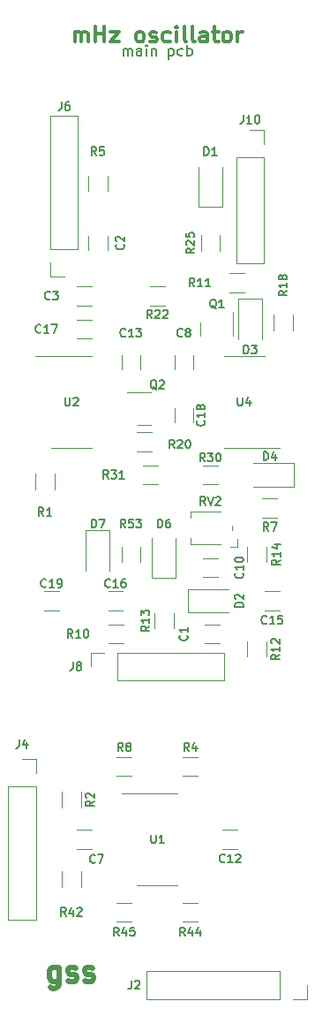
<source format=gbr>
%TF.GenerationSoftware,KiCad,Pcbnew,6.0.4-6f826c9f35~116~ubuntu21.10.1*%
%TF.CreationDate,2022-06-29T09:01:03+02:00*%
%TF.ProjectId,mHz_oscillator,6d487a5f-6f73-4636-996c-6c61746f722e,rev?*%
%TF.SameCoordinates,Original*%
%TF.FileFunction,Legend,Top*%
%TF.FilePolarity,Positive*%
%FSLAX46Y46*%
G04 Gerber Fmt 4.6, Leading zero omitted, Abs format (unit mm)*
G04 Created by KiCad (PCBNEW 6.0.4-6f826c9f35~116~ubuntu21.10.1) date 2022-06-29 09:01:03*
%MOMM*%
%LPD*%
G01*
G04 APERTURE LIST*
%ADD10C,0.375000*%
%ADD11C,0.500000*%
%ADD12C,0.150000*%
%ADD13C,0.120000*%
G04 APERTURE END LIST*
D10*
X32076428Y82125428D02*
X32076428Y83125428D01*
X32076428Y82982571D02*
X32147857Y83054000D01*
X32290714Y83125428D01*
X32505000Y83125428D01*
X32647857Y83054000D01*
X32719285Y82911142D01*
X32719285Y82125428D01*
X32719285Y82911142D02*
X32790714Y83054000D01*
X32933571Y83125428D01*
X33147857Y83125428D01*
X33290714Y83054000D01*
X33362142Y82911142D01*
X33362142Y82125428D01*
X34076428Y82125428D02*
X34076428Y83625428D01*
X34076428Y82911142D02*
X34933571Y82911142D01*
X34933571Y82125428D02*
X34933571Y83625428D01*
X35505000Y83125428D02*
X36290714Y83125428D01*
X35505000Y82125428D01*
X36290714Y82125428D01*
X38219285Y82125428D02*
X38076428Y82196857D01*
X38005000Y82268285D01*
X37933571Y82411142D01*
X37933571Y82839714D01*
X38005000Y82982571D01*
X38076428Y83054000D01*
X38219285Y83125428D01*
X38433571Y83125428D01*
X38576428Y83054000D01*
X38647857Y82982571D01*
X38719285Y82839714D01*
X38719285Y82411142D01*
X38647857Y82268285D01*
X38576428Y82196857D01*
X38433571Y82125428D01*
X38219285Y82125428D01*
X39290714Y82196857D02*
X39433571Y82125428D01*
X39719285Y82125428D01*
X39862142Y82196857D01*
X39933571Y82339714D01*
X39933571Y82411142D01*
X39862142Y82554000D01*
X39719285Y82625428D01*
X39505000Y82625428D01*
X39362142Y82696857D01*
X39290714Y82839714D01*
X39290714Y82911142D01*
X39362142Y83054000D01*
X39505000Y83125428D01*
X39719285Y83125428D01*
X39862142Y83054000D01*
X41219285Y82196857D02*
X41076428Y82125428D01*
X40790714Y82125428D01*
X40647857Y82196857D01*
X40576428Y82268285D01*
X40505000Y82411142D01*
X40505000Y82839714D01*
X40576428Y82982571D01*
X40647857Y83054000D01*
X40790714Y83125428D01*
X41076428Y83125428D01*
X41219285Y83054000D01*
X41862142Y82125428D02*
X41862142Y83125428D01*
X41862142Y83625428D02*
X41790714Y83554000D01*
X41862142Y83482571D01*
X41933571Y83554000D01*
X41862142Y83625428D01*
X41862142Y83482571D01*
X42790714Y82125428D02*
X42647857Y82196857D01*
X42576428Y82339714D01*
X42576428Y83625428D01*
X43576428Y82125428D02*
X43433571Y82196857D01*
X43362142Y82339714D01*
X43362142Y83625428D01*
X44790714Y82125428D02*
X44790714Y82911142D01*
X44719285Y83054000D01*
X44576428Y83125428D01*
X44290714Y83125428D01*
X44147857Y83054000D01*
X44790714Y82196857D02*
X44647857Y82125428D01*
X44290714Y82125428D01*
X44147857Y82196857D01*
X44076428Y82339714D01*
X44076428Y82482571D01*
X44147857Y82625428D01*
X44290714Y82696857D01*
X44647857Y82696857D01*
X44790714Y82768285D01*
X45290714Y83125428D02*
X45862142Y83125428D01*
X45505000Y83625428D02*
X45505000Y82339714D01*
X45576428Y82196857D01*
X45719285Y82125428D01*
X45862142Y82125428D01*
X46576428Y82125428D02*
X46433571Y82196857D01*
X46362142Y82268285D01*
X46290714Y82411142D01*
X46290714Y82839714D01*
X46362142Y82982571D01*
X46433571Y83054000D01*
X46576428Y83125428D01*
X46790714Y83125428D01*
X46933571Y83054000D01*
X47005000Y82982571D01*
X47076428Y82839714D01*
X47076428Y82411142D01*
X47005000Y82268285D01*
X46933571Y82196857D01*
X46790714Y82125428D01*
X46576428Y82125428D01*
X47719285Y82125428D02*
X47719285Y83125428D01*
X47719285Y82839714D02*
X47790714Y82982571D01*
X47862142Y83054000D01*
X48005000Y83125428D01*
X48147857Y83125428D01*
D11*
X30559523Y-6556428D02*
X30559523Y-8175476D01*
X30464285Y-8365952D01*
X30369047Y-8461190D01*
X30178571Y-8556428D01*
X29892857Y-8556428D01*
X29702380Y-8461190D01*
X30559523Y-7794523D02*
X30369047Y-7889761D01*
X29988095Y-7889761D01*
X29797619Y-7794523D01*
X29702380Y-7699285D01*
X29607142Y-7508809D01*
X29607142Y-6937380D01*
X29702380Y-6746904D01*
X29797619Y-6651666D01*
X29988095Y-6556428D01*
X30369047Y-6556428D01*
X30559523Y-6651666D01*
X31416666Y-7794523D02*
X31607142Y-7889761D01*
X31988095Y-7889761D01*
X32178571Y-7794523D01*
X32273809Y-7604047D01*
X32273809Y-7508809D01*
X32178571Y-7318333D01*
X31988095Y-7223095D01*
X31702380Y-7223095D01*
X31511904Y-7127857D01*
X31416666Y-6937380D01*
X31416666Y-6842142D01*
X31511904Y-6651666D01*
X31702380Y-6556428D01*
X31988095Y-6556428D01*
X32178571Y-6651666D01*
X33035714Y-7794523D02*
X33226190Y-7889761D01*
X33607142Y-7889761D01*
X33797619Y-7794523D01*
X33892857Y-7604047D01*
X33892857Y-7508809D01*
X33797619Y-7318333D01*
X33607142Y-7223095D01*
X33321428Y-7223095D01*
X33130952Y-7127857D01*
X33035714Y-6937380D01*
X33035714Y-6842142D01*
X33130952Y-6651666D01*
X33321428Y-6556428D01*
X33607142Y-6556428D01*
X33797619Y-6651666D01*
D12*
X36719285Y80827619D02*
X36719285Y81494285D01*
X36719285Y81399047D02*
X36766904Y81446666D01*
X36862142Y81494285D01*
X37005000Y81494285D01*
X37100238Y81446666D01*
X37147857Y81351428D01*
X37147857Y80827619D01*
X37147857Y81351428D02*
X37195476Y81446666D01*
X37290714Y81494285D01*
X37433571Y81494285D01*
X37528809Y81446666D01*
X37576428Y81351428D01*
X37576428Y80827619D01*
X38481190Y80827619D02*
X38481190Y81351428D01*
X38433571Y81446666D01*
X38338333Y81494285D01*
X38147857Y81494285D01*
X38052619Y81446666D01*
X38481190Y80875238D02*
X38385952Y80827619D01*
X38147857Y80827619D01*
X38052619Y80875238D01*
X38005000Y80970476D01*
X38005000Y81065714D01*
X38052619Y81160952D01*
X38147857Y81208571D01*
X38385952Y81208571D01*
X38481190Y81256190D01*
X38957380Y80827619D02*
X38957380Y81494285D01*
X38957380Y81827619D02*
X38909761Y81780000D01*
X38957380Y81732380D01*
X39005000Y81780000D01*
X38957380Y81827619D01*
X38957380Y81732380D01*
X39433571Y81494285D02*
X39433571Y80827619D01*
X39433571Y81399047D02*
X39481190Y81446666D01*
X39576428Y81494285D01*
X39719285Y81494285D01*
X39814523Y81446666D01*
X39862142Y81351428D01*
X39862142Y80827619D01*
X41100238Y81494285D02*
X41100238Y80494285D01*
X41100238Y81446666D02*
X41195476Y81494285D01*
X41385952Y81494285D01*
X41481190Y81446666D01*
X41528809Y81399047D01*
X41576428Y81303809D01*
X41576428Y81018095D01*
X41528809Y80922857D01*
X41481190Y80875238D01*
X41385952Y80827619D01*
X41195476Y80827619D01*
X41100238Y80875238D01*
X42433571Y80875238D02*
X42338333Y80827619D01*
X42147857Y80827619D01*
X42052619Y80875238D01*
X42005000Y80922857D01*
X41957380Y81018095D01*
X41957380Y81303809D01*
X42005000Y81399047D01*
X42052619Y81446666D01*
X42147857Y81494285D01*
X42338333Y81494285D01*
X42433571Y81446666D01*
X42862142Y80827619D02*
X42862142Y81827619D01*
X42862142Y81446666D02*
X42957380Y81494285D01*
X43147857Y81494285D01*
X43243095Y81446666D01*
X43290714Y81399047D01*
X43338333Y81303809D01*
X43338333Y81018095D01*
X43290714Y80922857D01*
X43243095Y80875238D01*
X43147857Y80827619D01*
X42957380Y80827619D01*
X42862142Y80875238D01*
%TO.C,D3*%
X48304523Y52266895D02*
X48304523Y53066895D01*
X48495000Y53066895D01*
X48609285Y53028800D01*
X48685476Y52952609D01*
X48723571Y52876419D01*
X48761666Y52724038D01*
X48761666Y52609752D01*
X48723571Y52457371D01*
X48685476Y52381180D01*
X48609285Y52304990D01*
X48495000Y52266895D01*
X48304523Y52266895D01*
X49028333Y53066895D02*
X49523571Y53066895D01*
X49256904Y52762133D01*
X49371190Y52762133D01*
X49447380Y52724038D01*
X49485476Y52685942D01*
X49523571Y52609752D01*
X49523571Y52419276D01*
X49485476Y52343085D01*
X49447380Y52304990D01*
X49371190Y52266895D01*
X49142619Y52266895D01*
X49066428Y52304990D01*
X49028333Y52343085D01*
%TO.C,R20*%
X41649714Y43199095D02*
X41383047Y43580047D01*
X41192571Y43199095D02*
X41192571Y43999095D01*
X41497333Y43999095D01*
X41573523Y43961000D01*
X41611619Y43922904D01*
X41649714Y43846714D01*
X41649714Y43732428D01*
X41611619Y43656238D01*
X41573523Y43618142D01*
X41497333Y43580047D01*
X41192571Y43580047D01*
X41954476Y43922904D02*
X41992571Y43961000D01*
X42068761Y43999095D01*
X42259238Y43999095D01*
X42335428Y43961000D01*
X42373523Y43922904D01*
X42411619Y43846714D01*
X42411619Y43770523D01*
X42373523Y43656238D01*
X41916380Y43199095D01*
X42411619Y43199095D01*
X42906857Y43999095D02*
X42983047Y43999095D01*
X43059238Y43961000D01*
X43097333Y43922904D01*
X43135428Y43846714D01*
X43173523Y43694333D01*
X43173523Y43503857D01*
X43135428Y43351476D01*
X43097333Y43275285D01*
X43059238Y43237190D01*
X42983047Y43199095D01*
X42906857Y43199095D01*
X42830666Y43237190D01*
X42792571Y43275285D01*
X42754476Y43351476D01*
X42716380Y43503857D01*
X42716380Y43694333D01*
X42754476Y43846714D01*
X42792571Y43922904D01*
X42830666Y43961000D01*
X42906857Y43999095D01*
%TO.C,R4*%
X43046666Y14158095D02*
X42780000Y14539047D01*
X42589523Y14158095D02*
X42589523Y14958095D01*
X42894285Y14958095D01*
X42970476Y14920000D01*
X43008571Y14881904D01*
X43046666Y14805714D01*
X43046666Y14691428D01*
X43008571Y14615238D01*
X42970476Y14577142D01*
X42894285Y14539047D01*
X42589523Y14539047D01*
X43732380Y14691428D02*
X43732380Y14158095D01*
X43541904Y14996190D02*
X43351428Y14424761D01*
X43846666Y14424761D01*
%TO.C,C1*%
X42830714Y25266666D02*
X42868809Y25228571D01*
X42906904Y25114285D01*
X42906904Y25038095D01*
X42868809Y24923809D01*
X42792619Y24847619D01*
X42716428Y24809523D01*
X42564047Y24771428D01*
X42449761Y24771428D01*
X42297380Y24809523D01*
X42221190Y24847619D01*
X42145000Y24923809D01*
X42106904Y25038095D01*
X42106904Y25114285D01*
X42145000Y25228571D01*
X42183095Y25266666D01*
X42906904Y26028571D02*
X42906904Y25571428D01*
X42906904Y25800000D02*
X42106904Y25800000D01*
X42221190Y25723809D01*
X42297380Y25647619D01*
X42335476Y25571428D01*
%TO.C,R12*%
X51711904Y23423214D02*
X51330952Y23156547D01*
X51711904Y22966071D02*
X50911904Y22966071D01*
X50911904Y23270833D01*
X50950000Y23347023D01*
X50988095Y23385119D01*
X51064285Y23423214D01*
X51178571Y23423214D01*
X51254761Y23385119D01*
X51292857Y23347023D01*
X51330952Y23270833D01*
X51330952Y22966071D01*
X51711904Y24185119D02*
X51711904Y23727976D01*
X51711904Y23956547D02*
X50911904Y23956547D01*
X51026190Y23880357D01*
X51102380Y23804166D01*
X51140476Y23727976D01*
X50988095Y24489880D02*
X50950000Y24527976D01*
X50911904Y24604166D01*
X50911904Y24794642D01*
X50950000Y24870833D01*
X50988095Y24908928D01*
X51064285Y24947023D01*
X51140476Y24947023D01*
X51254761Y24908928D01*
X51711904Y24451785D01*
X51711904Y24947023D01*
%TO.C,R5*%
X34156666Y71266095D02*
X33890000Y71647047D01*
X33699523Y71266095D02*
X33699523Y72066095D01*
X34004285Y72066095D01*
X34080476Y72028000D01*
X34118571Y71989904D01*
X34156666Y71913714D01*
X34156666Y71799428D01*
X34118571Y71723238D01*
X34080476Y71685142D01*
X34004285Y71647047D01*
X33699523Y71647047D01*
X34880476Y72066095D02*
X34499523Y72066095D01*
X34461428Y71685142D01*
X34499523Y71723238D01*
X34575714Y71761333D01*
X34766190Y71761333D01*
X34842380Y71723238D01*
X34880476Y71685142D01*
X34918571Y71608952D01*
X34918571Y71418476D01*
X34880476Y71342285D01*
X34842380Y71304190D01*
X34766190Y71266095D01*
X34575714Y71266095D01*
X34499523Y71304190D01*
X34461428Y71342285D01*
%TO.C,R18*%
X52431904Y58286714D02*
X52050952Y58020047D01*
X52431904Y57829571D02*
X51631904Y57829571D01*
X51631904Y58134333D01*
X51670000Y58210523D01*
X51708095Y58248619D01*
X51784285Y58286714D01*
X51898571Y58286714D01*
X51974761Y58248619D01*
X52012857Y58210523D01*
X52050952Y58134333D01*
X52050952Y57829571D01*
X52431904Y59048619D02*
X52431904Y58591476D01*
X52431904Y58820047D02*
X51631904Y58820047D01*
X51746190Y58743857D01*
X51822380Y58667666D01*
X51860476Y58591476D01*
X51974761Y59505761D02*
X51936666Y59429571D01*
X51898571Y59391476D01*
X51822380Y59353380D01*
X51784285Y59353380D01*
X51708095Y59391476D01*
X51670000Y59429571D01*
X51631904Y59505761D01*
X51631904Y59658142D01*
X51670000Y59734333D01*
X51708095Y59772428D01*
X51784285Y59810523D01*
X51822380Y59810523D01*
X51898571Y59772428D01*
X51936666Y59734333D01*
X51974761Y59658142D01*
X51974761Y59505761D01*
X52012857Y59429571D01*
X52050952Y59391476D01*
X52127142Y59353380D01*
X52279523Y59353380D01*
X52355714Y59391476D01*
X52393809Y59429571D01*
X52431904Y59505761D01*
X52431904Y59658142D01*
X52393809Y59734333D01*
X52355714Y59772428D01*
X52279523Y59810523D01*
X52127142Y59810523D01*
X52050952Y59772428D01*
X52012857Y59734333D01*
X51974761Y59658142D01*
%TO.C,D1*%
X44494523Y71266095D02*
X44494523Y72066095D01*
X44685000Y72066095D01*
X44799285Y72028000D01*
X44875476Y71951809D01*
X44913571Y71875619D01*
X44951666Y71723238D01*
X44951666Y71608952D01*
X44913571Y71456571D01*
X44875476Y71380380D01*
X44799285Y71304190D01*
X44685000Y71266095D01*
X44494523Y71266095D01*
X45713571Y71266095D02*
X45256428Y71266095D01*
X45485000Y71266095D02*
X45485000Y72066095D01*
X45408809Y71951809D01*
X45332619Y71875619D01*
X45256428Y71837523D01*
%TO.C,U1*%
X39395476Y6153095D02*
X39395476Y5505476D01*
X39433571Y5429285D01*
X39471666Y5391190D01*
X39547857Y5353095D01*
X39700238Y5353095D01*
X39776428Y5391190D01*
X39814523Y5429285D01*
X39852619Y5505476D01*
X39852619Y6153095D01*
X40652619Y5353095D02*
X40195476Y5353095D01*
X40424047Y5353095D02*
X40424047Y6153095D01*
X40347857Y6038809D01*
X40271666Y5962619D01*
X40195476Y5924523D01*
%TO.C,C8*%
X42411666Y53943285D02*
X42373571Y53905190D01*
X42259285Y53867095D01*
X42183095Y53867095D01*
X42068809Y53905190D01*
X41992619Y53981380D01*
X41954523Y54057571D01*
X41916428Y54209952D01*
X41916428Y54324238D01*
X41954523Y54476619D01*
X41992619Y54552809D01*
X42068809Y54629000D01*
X42183095Y54667095D01*
X42259285Y54667095D01*
X42373571Y54629000D01*
X42411666Y54590904D01*
X42868809Y54324238D02*
X42792619Y54362333D01*
X42754523Y54400428D01*
X42716428Y54476619D01*
X42716428Y54514714D01*
X42754523Y54590904D01*
X42792619Y54629000D01*
X42868809Y54667095D01*
X43021190Y54667095D01*
X43097380Y54629000D01*
X43135476Y54590904D01*
X43173571Y54514714D01*
X43173571Y54476619D01*
X43135476Y54400428D01*
X43097380Y54362333D01*
X43021190Y54324238D01*
X42868809Y54324238D01*
X42792619Y54286142D01*
X42754523Y54248047D01*
X42716428Y54171857D01*
X42716428Y54019476D01*
X42754523Y53943285D01*
X42792619Y53905190D01*
X42868809Y53867095D01*
X43021190Y53867095D01*
X43097380Y53905190D01*
X43135476Y53943285D01*
X43173571Y54019476D01*
X43173571Y54171857D01*
X43135476Y54248047D01*
X43097380Y54286142D01*
X43021190Y54324238D01*
%TO.C,C15*%
X50490714Y26439285D02*
X50452619Y26401190D01*
X50338333Y26363095D01*
X50262142Y26363095D01*
X50147857Y26401190D01*
X50071666Y26477380D01*
X50033571Y26553571D01*
X49995476Y26705952D01*
X49995476Y26820238D01*
X50033571Y26972619D01*
X50071666Y27048809D01*
X50147857Y27125000D01*
X50262142Y27163095D01*
X50338333Y27163095D01*
X50452619Y27125000D01*
X50490714Y27086904D01*
X51252619Y26363095D02*
X50795476Y26363095D01*
X51024047Y26363095D02*
X51024047Y27163095D01*
X50947857Y27048809D01*
X50871666Y26972619D01*
X50795476Y26934523D01*
X51976428Y27163095D02*
X51595476Y27163095D01*
X51557380Y26782142D01*
X51595476Y26820238D01*
X51671666Y26858333D01*
X51862142Y26858333D01*
X51938333Y26820238D01*
X51976428Y26782142D01*
X52014523Y26705952D01*
X52014523Y26515476D01*
X51976428Y26439285D01*
X51938333Y26401190D01*
X51862142Y26363095D01*
X51671666Y26363095D01*
X51595476Y26401190D01*
X51557380Y26439285D01*
%TO.C,U4*%
X47715476Y48063095D02*
X47715476Y47415476D01*
X47753571Y47339285D01*
X47791666Y47301190D01*
X47867857Y47263095D01*
X48020238Y47263095D01*
X48096428Y47301190D01*
X48134523Y47339285D01*
X48172619Y47415476D01*
X48172619Y48063095D01*
X48896428Y47796428D02*
X48896428Y47263095D01*
X48705952Y48101190D02*
X48515476Y47529761D01*
X49010714Y47529761D01*
%TO.C,U2*%
X31140476Y48063095D02*
X31140476Y47415476D01*
X31178571Y47339285D01*
X31216666Y47301190D01*
X31292857Y47263095D01*
X31445238Y47263095D01*
X31521428Y47301190D01*
X31559523Y47339285D01*
X31597619Y47415476D01*
X31597619Y48063095D01*
X31940476Y47986904D02*
X31978571Y48025000D01*
X32054761Y48063095D01*
X32245238Y48063095D01*
X32321428Y48025000D01*
X32359523Y47986904D01*
X32397619Y47910714D01*
X32397619Y47834523D01*
X32359523Y47720238D01*
X31902380Y47263095D01*
X32397619Y47263095D01*
%TO.C,R22*%
X39490714Y55645095D02*
X39224047Y56026047D01*
X39033571Y55645095D02*
X39033571Y56445095D01*
X39338333Y56445095D01*
X39414523Y56407000D01*
X39452619Y56368904D01*
X39490714Y56292714D01*
X39490714Y56178428D01*
X39452619Y56102238D01*
X39414523Y56064142D01*
X39338333Y56026047D01*
X39033571Y56026047D01*
X39795476Y56368904D02*
X39833571Y56407000D01*
X39909761Y56445095D01*
X40100238Y56445095D01*
X40176428Y56407000D01*
X40214523Y56368904D01*
X40252619Y56292714D01*
X40252619Y56216523D01*
X40214523Y56102238D01*
X39757380Y55645095D01*
X40252619Y55645095D01*
X40557380Y56368904D02*
X40595476Y56407000D01*
X40671666Y56445095D01*
X40862142Y56445095D01*
X40938333Y56407000D01*
X40976428Y56368904D01*
X41014523Y56292714D01*
X41014523Y56216523D01*
X40976428Y56102238D01*
X40519285Y55645095D01*
X41014523Y55645095D01*
%TO.C,R25*%
X43541904Y62350714D02*
X43160952Y62084047D01*
X43541904Y61893571D02*
X42741904Y61893571D01*
X42741904Y62198333D01*
X42780000Y62274523D01*
X42818095Y62312619D01*
X42894285Y62350714D01*
X43008571Y62350714D01*
X43084761Y62312619D01*
X43122857Y62274523D01*
X43160952Y62198333D01*
X43160952Y61893571D01*
X42818095Y62655476D02*
X42780000Y62693571D01*
X42741904Y62769761D01*
X42741904Y62960238D01*
X42780000Y63036428D01*
X42818095Y63074523D01*
X42894285Y63112619D01*
X42970476Y63112619D01*
X43084761Y63074523D01*
X43541904Y62617380D01*
X43541904Y63112619D01*
X42741904Y63836428D02*
X42741904Y63455476D01*
X43122857Y63417380D01*
X43084761Y63455476D01*
X43046666Y63531666D01*
X43046666Y63722142D01*
X43084761Y63798333D01*
X43122857Y63836428D01*
X43199047Y63874523D01*
X43389523Y63874523D01*
X43465714Y63836428D01*
X43503809Y63798333D01*
X43541904Y63722142D01*
X43541904Y63531666D01*
X43503809Y63455476D01*
X43465714Y63417380D01*
%TO.C,D6*%
X40049523Y35579095D02*
X40049523Y36379095D01*
X40240000Y36379095D01*
X40354285Y36341000D01*
X40430476Y36264809D01*
X40468571Y36188619D01*
X40506666Y36036238D01*
X40506666Y35921952D01*
X40468571Y35769571D01*
X40430476Y35693380D01*
X40354285Y35617190D01*
X40240000Y35579095D01*
X40049523Y35579095D01*
X41192380Y36379095D02*
X41040000Y36379095D01*
X40963809Y36341000D01*
X40925714Y36302904D01*
X40849523Y36188619D01*
X40811428Y36036238D01*
X40811428Y35731476D01*
X40849523Y35655285D01*
X40887619Y35617190D01*
X40963809Y35579095D01*
X41116190Y35579095D01*
X41192380Y35617190D01*
X41230476Y35655285D01*
X41268571Y35731476D01*
X41268571Y35921952D01*
X41230476Y35998142D01*
X41192380Y36036238D01*
X41116190Y36074333D01*
X40963809Y36074333D01*
X40887619Y36036238D01*
X40849523Y35998142D01*
X40811428Y35921952D01*
%TO.C,R31*%
X35299714Y40278095D02*
X35033047Y40659047D01*
X34842571Y40278095D02*
X34842571Y41078095D01*
X35147333Y41078095D01*
X35223523Y41040000D01*
X35261619Y41001904D01*
X35299714Y40925714D01*
X35299714Y40811428D01*
X35261619Y40735238D01*
X35223523Y40697142D01*
X35147333Y40659047D01*
X34842571Y40659047D01*
X35566380Y41078095D02*
X36061619Y41078095D01*
X35794952Y40773333D01*
X35909238Y40773333D01*
X35985428Y40735238D01*
X36023523Y40697142D01*
X36061619Y40620952D01*
X36061619Y40430476D01*
X36023523Y40354285D01*
X35985428Y40316190D01*
X35909238Y40278095D01*
X35680666Y40278095D01*
X35604476Y40316190D01*
X35566380Y40354285D01*
X36823523Y40278095D02*
X36366380Y40278095D01*
X36594952Y40278095D02*
X36594952Y41078095D01*
X36518761Y40963809D01*
X36442571Y40887619D01*
X36366380Y40849523D01*
%TO.C,J6*%
X30798333Y76384095D02*
X30798333Y75812666D01*
X30760238Y75698380D01*
X30684047Y75622190D01*
X30569761Y75584095D01*
X30493571Y75584095D01*
X31522142Y76384095D02*
X31369761Y76384095D01*
X31293571Y76346000D01*
X31255476Y76307904D01*
X31179285Y76193619D01*
X31141190Y76041238D01*
X31141190Y75736476D01*
X31179285Y75660285D01*
X31217380Y75622190D01*
X31293571Y75584095D01*
X31445952Y75584095D01*
X31522142Y75622190D01*
X31560238Y75660285D01*
X31598333Y75736476D01*
X31598333Y75926952D01*
X31560238Y76003142D01*
X31522142Y76041238D01*
X31445952Y76079333D01*
X31293571Y76079333D01*
X31217380Y76041238D01*
X31179285Y76003142D01*
X31141190Y75926952D01*
%TO.C,R44*%
X42665714Y-3536904D02*
X42399047Y-3155952D01*
X42208571Y-3536904D02*
X42208571Y-2736904D01*
X42513333Y-2736904D01*
X42589523Y-2775000D01*
X42627619Y-2813095D01*
X42665714Y-2889285D01*
X42665714Y-3003571D01*
X42627619Y-3079761D01*
X42589523Y-3117857D01*
X42513333Y-3155952D01*
X42208571Y-3155952D01*
X43351428Y-3003571D02*
X43351428Y-3536904D01*
X43160952Y-2698809D02*
X42970476Y-3270238D01*
X43465714Y-3270238D01*
X44113333Y-3003571D02*
X44113333Y-3536904D01*
X43922857Y-2698809D02*
X43732380Y-3270238D01*
X44227619Y-3270238D01*
%TO.C,C12*%
X46475714Y3579285D02*
X46437619Y3541190D01*
X46323333Y3503095D01*
X46247142Y3503095D01*
X46132857Y3541190D01*
X46056666Y3617380D01*
X46018571Y3693571D01*
X45980476Y3845952D01*
X45980476Y3960238D01*
X46018571Y4112619D01*
X46056666Y4188809D01*
X46132857Y4265000D01*
X46247142Y4303095D01*
X46323333Y4303095D01*
X46437619Y4265000D01*
X46475714Y4226904D01*
X47237619Y3503095D02*
X46780476Y3503095D01*
X47009047Y3503095D02*
X47009047Y4303095D01*
X46932857Y4188809D01*
X46856666Y4112619D01*
X46780476Y4074523D01*
X47542380Y4226904D02*
X47580476Y4265000D01*
X47656666Y4303095D01*
X47847142Y4303095D01*
X47923333Y4265000D01*
X47961428Y4226904D01*
X47999523Y4150714D01*
X47999523Y4074523D01*
X47961428Y3960238D01*
X47504285Y3503095D01*
X47999523Y3503095D01*
%TO.C,R11*%
X43554714Y58693095D02*
X43288047Y59074047D01*
X43097571Y58693095D02*
X43097571Y59493095D01*
X43402333Y59493095D01*
X43478523Y59455000D01*
X43516619Y59416904D01*
X43554714Y59340714D01*
X43554714Y59226428D01*
X43516619Y59150238D01*
X43478523Y59112142D01*
X43402333Y59074047D01*
X43097571Y59074047D01*
X44316619Y58693095D02*
X43859476Y58693095D01*
X44088047Y58693095D02*
X44088047Y59493095D01*
X44011857Y59378809D01*
X43935666Y59302619D01*
X43859476Y59264523D01*
X45078523Y58693095D02*
X44621380Y58693095D01*
X44849952Y58693095D02*
X44849952Y59493095D01*
X44773761Y59378809D01*
X44697571Y59302619D01*
X44621380Y59264523D01*
%TO.C,C2*%
X36734714Y62731666D02*
X36772809Y62693571D01*
X36810904Y62579285D01*
X36810904Y62503095D01*
X36772809Y62388809D01*
X36696619Y62312619D01*
X36620428Y62274523D01*
X36468047Y62236428D01*
X36353761Y62236428D01*
X36201380Y62274523D01*
X36125190Y62312619D01*
X36049000Y62388809D01*
X36010904Y62503095D01*
X36010904Y62579285D01*
X36049000Y62693571D01*
X36087095Y62731666D01*
X36087095Y63036428D02*
X36049000Y63074523D01*
X36010904Y63150714D01*
X36010904Y63341190D01*
X36049000Y63417380D01*
X36087095Y63455476D01*
X36163285Y63493571D01*
X36239476Y63493571D01*
X36353761Y63455476D01*
X36810904Y62998333D01*
X36810904Y63493571D01*
%TO.C,R7*%
X50666666Y35283095D02*
X50400000Y35664047D01*
X50209523Y35283095D02*
X50209523Y36083095D01*
X50514285Y36083095D01*
X50590476Y36045000D01*
X50628571Y36006904D01*
X50666666Y35930714D01*
X50666666Y35816428D01*
X50628571Y35740238D01*
X50590476Y35702142D01*
X50514285Y35664047D01*
X50209523Y35664047D01*
X50933333Y36083095D02*
X51466666Y36083095D01*
X51123809Y35283095D01*
%TO.C,C10*%
X48164714Y31235714D02*
X48202809Y31197619D01*
X48240904Y31083333D01*
X48240904Y31007142D01*
X48202809Y30892857D01*
X48126619Y30816666D01*
X48050428Y30778571D01*
X47898047Y30740476D01*
X47783761Y30740476D01*
X47631380Y30778571D01*
X47555190Y30816666D01*
X47479000Y30892857D01*
X47440904Y31007142D01*
X47440904Y31083333D01*
X47479000Y31197619D01*
X47517095Y31235714D01*
X48240904Y31997619D02*
X48240904Y31540476D01*
X48240904Y31769047D02*
X47440904Y31769047D01*
X47555190Y31692857D01*
X47631380Y31616666D01*
X47669476Y31540476D01*
X47440904Y32492857D02*
X47440904Y32569047D01*
X47479000Y32645238D01*
X47517095Y32683333D01*
X47593285Y32721428D01*
X47745666Y32759523D01*
X47936142Y32759523D01*
X48088523Y32721428D01*
X48164714Y32683333D01*
X48202809Y32645238D01*
X48240904Y32569047D01*
X48240904Y32492857D01*
X48202809Y32416666D01*
X48164714Y32378571D01*
X48088523Y32340476D01*
X47936142Y32302380D01*
X47745666Y32302380D01*
X47593285Y32340476D01*
X47517095Y32378571D01*
X47479000Y32416666D01*
X47440904Y32492857D01*
%TO.C,Q1*%
X45643809Y56584904D02*
X45567619Y56623000D01*
X45491428Y56699190D01*
X45377142Y56813476D01*
X45300952Y56851571D01*
X45224761Y56851571D01*
X45262857Y56661095D02*
X45186666Y56699190D01*
X45110476Y56775380D01*
X45072380Y56927761D01*
X45072380Y57194428D01*
X45110476Y57346809D01*
X45186666Y57423000D01*
X45262857Y57461095D01*
X45415238Y57461095D01*
X45491428Y57423000D01*
X45567619Y57346809D01*
X45605714Y57194428D01*
X45605714Y56927761D01*
X45567619Y56775380D01*
X45491428Y56699190D01*
X45415238Y56661095D01*
X45262857Y56661095D01*
X46367619Y56661095D02*
X45910476Y56661095D01*
X46139047Y56661095D02*
X46139047Y57461095D01*
X46062857Y57346809D01*
X45986666Y57270619D01*
X45910476Y57232523D01*
%TO.C,R53*%
X36950714Y35579095D02*
X36684047Y35960047D01*
X36493571Y35579095D02*
X36493571Y36379095D01*
X36798333Y36379095D01*
X36874523Y36341000D01*
X36912619Y36302904D01*
X36950714Y36226714D01*
X36950714Y36112428D01*
X36912619Y36036238D01*
X36874523Y35998142D01*
X36798333Y35960047D01*
X36493571Y35960047D01*
X37674523Y36379095D02*
X37293571Y36379095D01*
X37255476Y35998142D01*
X37293571Y36036238D01*
X37369761Y36074333D01*
X37560238Y36074333D01*
X37636428Y36036238D01*
X37674523Y35998142D01*
X37712619Y35921952D01*
X37712619Y35731476D01*
X37674523Y35655285D01*
X37636428Y35617190D01*
X37560238Y35579095D01*
X37369761Y35579095D01*
X37293571Y35617190D01*
X37255476Y35655285D01*
X37979285Y36379095D02*
X38474523Y36379095D01*
X38207857Y36074333D01*
X38322142Y36074333D01*
X38398333Y36036238D01*
X38436428Y35998142D01*
X38474523Y35921952D01*
X38474523Y35731476D01*
X38436428Y35655285D01*
X38398333Y35617190D01*
X38322142Y35579095D01*
X38093571Y35579095D01*
X38017380Y35617190D01*
X37979285Y35655285D01*
%TO.C,C16*%
X35475714Y29940285D02*
X35437619Y29902190D01*
X35323333Y29864095D01*
X35247142Y29864095D01*
X35132857Y29902190D01*
X35056666Y29978380D01*
X35018571Y30054571D01*
X34980476Y30206952D01*
X34980476Y30321238D01*
X35018571Y30473619D01*
X35056666Y30549809D01*
X35132857Y30626000D01*
X35247142Y30664095D01*
X35323333Y30664095D01*
X35437619Y30626000D01*
X35475714Y30587904D01*
X36237619Y29864095D02*
X35780476Y29864095D01*
X36009047Y29864095D02*
X36009047Y30664095D01*
X35932857Y30549809D01*
X35856666Y30473619D01*
X35780476Y30435523D01*
X36923333Y30664095D02*
X36770952Y30664095D01*
X36694761Y30626000D01*
X36656666Y30587904D01*
X36580476Y30473619D01*
X36542380Y30321238D01*
X36542380Y30016476D01*
X36580476Y29940285D01*
X36618571Y29902190D01*
X36694761Y29864095D01*
X36847142Y29864095D01*
X36923333Y29902190D01*
X36961428Y29940285D01*
X36999523Y30016476D01*
X36999523Y30206952D01*
X36961428Y30283142D01*
X36923333Y30321238D01*
X36847142Y30359333D01*
X36694761Y30359333D01*
X36618571Y30321238D01*
X36580476Y30283142D01*
X36542380Y30206952D01*
%TO.C,J10*%
X48247380Y75114095D02*
X48247380Y74542666D01*
X48209285Y74428380D01*
X48133095Y74352190D01*
X48018809Y74314095D01*
X47942619Y74314095D01*
X49047380Y74314095D02*
X48590238Y74314095D01*
X48818809Y74314095D02*
X48818809Y75114095D01*
X48742619Y74999809D01*
X48666428Y74923619D01*
X48590238Y74885523D01*
X49542619Y75114095D02*
X49618809Y75114095D01*
X49695000Y75076000D01*
X49733095Y75037904D01*
X49771190Y74961714D01*
X49809285Y74809333D01*
X49809285Y74618857D01*
X49771190Y74466476D01*
X49733095Y74390285D01*
X49695000Y74352190D01*
X49618809Y74314095D01*
X49542619Y74314095D01*
X49466428Y74352190D01*
X49428333Y74390285D01*
X49390238Y74466476D01*
X49352142Y74618857D01*
X49352142Y74809333D01*
X49390238Y74961714D01*
X49428333Y75037904D01*
X49466428Y75076000D01*
X49542619Y75114095D01*
%TO.C,R14*%
X51796904Y32505714D02*
X51415952Y32239047D01*
X51796904Y32048571D02*
X50996904Y32048571D01*
X50996904Y32353333D01*
X51035000Y32429523D01*
X51073095Y32467619D01*
X51149285Y32505714D01*
X51263571Y32505714D01*
X51339761Y32467619D01*
X51377857Y32429523D01*
X51415952Y32353333D01*
X51415952Y32048571D01*
X51796904Y33267619D02*
X51796904Y32810476D01*
X51796904Y33039047D02*
X50996904Y33039047D01*
X51111190Y32962857D01*
X51187380Y32886666D01*
X51225476Y32810476D01*
X51263571Y33953333D02*
X51796904Y33953333D01*
X50958809Y33762857D02*
X51530238Y33572380D01*
X51530238Y34067619D01*
%TO.C,R2*%
X33931904Y9391666D02*
X33550952Y9125000D01*
X33931904Y8934523D02*
X33131904Y8934523D01*
X33131904Y9239285D01*
X33170000Y9315476D01*
X33208095Y9353571D01*
X33284285Y9391666D01*
X33398571Y9391666D01*
X33474761Y9353571D01*
X33512857Y9315476D01*
X33550952Y9239285D01*
X33550952Y8934523D01*
X33208095Y9696428D02*
X33170000Y9734523D01*
X33131904Y9810714D01*
X33131904Y10001190D01*
X33170000Y10077380D01*
X33208095Y10115476D01*
X33284285Y10153571D01*
X33360476Y10153571D01*
X33474761Y10115476D01*
X33931904Y9658333D01*
X33931904Y10153571D01*
%TO.C,R8*%
X36696666Y14158095D02*
X36430000Y14539047D01*
X36239523Y14158095D02*
X36239523Y14958095D01*
X36544285Y14958095D01*
X36620476Y14920000D01*
X36658571Y14881904D01*
X36696666Y14805714D01*
X36696666Y14691428D01*
X36658571Y14615238D01*
X36620476Y14577142D01*
X36544285Y14539047D01*
X36239523Y14539047D01*
X37153809Y14615238D02*
X37077619Y14653333D01*
X37039523Y14691428D01*
X37001428Y14767619D01*
X37001428Y14805714D01*
X37039523Y14881904D01*
X37077619Y14920000D01*
X37153809Y14958095D01*
X37306190Y14958095D01*
X37382380Y14920000D01*
X37420476Y14881904D01*
X37458571Y14805714D01*
X37458571Y14767619D01*
X37420476Y14691428D01*
X37382380Y14653333D01*
X37306190Y14615238D01*
X37153809Y14615238D01*
X37077619Y14577142D01*
X37039523Y14539047D01*
X37001428Y14462857D01*
X37001428Y14310476D01*
X37039523Y14234285D01*
X37077619Y14196190D01*
X37153809Y14158095D01*
X37306190Y14158095D01*
X37382380Y14196190D01*
X37420476Y14234285D01*
X37458571Y14310476D01*
X37458571Y14462857D01*
X37420476Y14539047D01*
X37382380Y14577142D01*
X37306190Y14615238D01*
%TO.C,C3*%
X29711666Y57499285D02*
X29673571Y57461190D01*
X29559285Y57423095D01*
X29483095Y57423095D01*
X29368809Y57461190D01*
X29292619Y57537380D01*
X29254523Y57613571D01*
X29216428Y57765952D01*
X29216428Y57880238D01*
X29254523Y58032619D01*
X29292619Y58108809D01*
X29368809Y58185000D01*
X29483095Y58223095D01*
X29559285Y58223095D01*
X29673571Y58185000D01*
X29711666Y58146904D01*
X29978333Y58223095D02*
X30473571Y58223095D01*
X30206904Y57918333D01*
X30321190Y57918333D01*
X30397380Y57880238D01*
X30435476Y57842142D01*
X30473571Y57765952D01*
X30473571Y57575476D01*
X30435476Y57499285D01*
X30397380Y57461190D01*
X30321190Y57423095D01*
X30092619Y57423095D01*
X30016428Y57461190D01*
X29978333Y57499285D01*
%TO.C,C18*%
X44481714Y45840714D02*
X44519809Y45802619D01*
X44557904Y45688333D01*
X44557904Y45612142D01*
X44519809Y45497857D01*
X44443619Y45421666D01*
X44367428Y45383571D01*
X44215047Y45345476D01*
X44100761Y45345476D01*
X43948380Y45383571D01*
X43872190Y45421666D01*
X43796000Y45497857D01*
X43757904Y45612142D01*
X43757904Y45688333D01*
X43796000Y45802619D01*
X43834095Y45840714D01*
X44557904Y46602619D02*
X44557904Y46145476D01*
X44557904Y46374047D02*
X43757904Y46374047D01*
X43872190Y46297857D01*
X43948380Y46221666D01*
X43986476Y46145476D01*
X44100761Y47059761D02*
X44062666Y46983571D01*
X44024571Y46945476D01*
X43948380Y46907380D01*
X43910285Y46907380D01*
X43834095Y46945476D01*
X43796000Y46983571D01*
X43757904Y47059761D01*
X43757904Y47212142D01*
X43796000Y47288333D01*
X43834095Y47326428D01*
X43910285Y47364523D01*
X43948380Y47364523D01*
X44024571Y47326428D01*
X44062666Y47288333D01*
X44100761Y47212142D01*
X44100761Y47059761D01*
X44138857Y46983571D01*
X44176952Y46945476D01*
X44253142Y46907380D01*
X44405523Y46907380D01*
X44481714Y46945476D01*
X44519809Y46983571D01*
X44557904Y47059761D01*
X44557904Y47212142D01*
X44519809Y47288333D01*
X44481714Y47326428D01*
X44405523Y47364523D01*
X44253142Y47364523D01*
X44176952Y47326428D01*
X44138857Y47288333D01*
X44100761Y47212142D01*
%TO.C,J4*%
X26745833Y15273095D02*
X26745833Y14701666D01*
X26707738Y14587380D01*
X26631547Y14511190D01*
X26517261Y14473095D01*
X26441071Y14473095D01*
X27469642Y15006428D02*
X27469642Y14473095D01*
X27279166Y15311190D02*
X27088690Y14739761D01*
X27583928Y14739761D01*
%TO.C,C19*%
X29330714Y29940285D02*
X29292619Y29902190D01*
X29178333Y29864095D01*
X29102142Y29864095D01*
X28987857Y29902190D01*
X28911666Y29978380D01*
X28873571Y30054571D01*
X28835476Y30206952D01*
X28835476Y30321238D01*
X28873571Y30473619D01*
X28911666Y30549809D01*
X28987857Y30626000D01*
X29102142Y30664095D01*
X29178333Y30664095D01*
X29292619Y30626000D01*
X29330714Y30587904D01*
X30092619Y29864095D02*
X29635476Y29864095D01*
X29864047Y29864095D02*
X29864047Y30664095D01*
X29787857Y30549809D01*
X29711666Y30473619D01*
X29635476Y30435523D01*
X30473571Y29864095D02*
X30625952Y29864095D01*
X30702142Y29902190D01*
X30740238Y29940285D01*
X30816428Y30054571D01*
X30854523Y30206952D01*
X30854523Y30511714D01*
X30816428Y30587904D01*
X30778333Y30626000D01*
X30702142Y30664095D01*
X30549761Y30664095D01*
X30473571Y30626000D01*
X30435476Y30587904D01*
X30397380Y30511714D01*
X30397380Y30321238D01*
X30435476Y30245047D01*
X30473571Y30206952D01*
X30549761Y30168857D01*
X30702142Y30168857D01*
X30778333Y30206952D01*
X30816428Y30245047D01*
X30854523Y30321238D01*
%TO.C,C13*%
X36950714Y53943285D02*
X36912619Y53905190D01*
X36798333Y53867095D01*
X36722142Y53867095D01*
X36607857Y53905190D01*
X36531666Y53981380D01*
X36493571Y54057571D01*
X36455476Y54209952D01*
X36455476Y54324238D01*
X36493571Y54476619D01*
X36531666Y54552809D01*
X36607857Y54629000D01*
X36722142Y54667095D01*
X36798333Y54667095D01*
X36912619Y54629000D01*
X36950714Y54590904D01*
X37712619Y53867095D02*
X37255476Y53867095D01*
X37484047Y53867095D02*
X37484047Y54667095D01*
X37407857Y54552809D01*
X37331666Y54476619D01*
X37255476Y54438523D01*
X37979285Y54667095D02*
X38474523Y54667095D01*
X38207857Y54362333D01*
X38322142Y54362333D01*
X38398333Y54324238D01*
X38436428Y54286142D01*
X38474523Y54209952D01*
X38474523Y54019476D01*
X38436428Y53943285D01*
X38398333Y53905190D01*
X38322142Y53867095D01*
X38093571Y53867095D01*
X38017380Y53905190D01*
X37979285Y53943285D01*
%TO.C,R30*%
X44570714Y41929095D02*
X44304047Y42310047D01*
X44113571Y41929095D02*
X44113571Y42729095D01*
X44418333Y42729095D01*
X44494523Y42691000D01*
X44532619Y42652904D01*
X44570714Y42576714D01*
X44570714Y42462428D01*
X44532619Y42386238D01*
X44494523Y42348142D01*
X44418333Y42310047D01*
X44113571Y42310047D01*
X44837380Y42729095D02*
X45332619Y42729095D01*
X45065952Y42424333D01*
X45180238Y42424333D01*
X45256428Y42386238D01*
X45294523Y42348142D01*
X45332619Y42271952D01*
X45332619Y42081476D01*
X45294523Y42005285D01*
X45256428Y41967190D01*
X45180238Y41929095D01*
X44951666Y41929095D01*
X44875476Y41967190D01*
X44837380Y42005285D01*
X45827857Y42729095D02*
X45904047Y42729095D01*
X45980238Y42691000D01*
X46018333Y42652904D01*
X46056428Y42576714D01*
X46094523Y42424333D01*
X46094523Y42233857D01*
X46056428Y42081476D01*
X46018333Y42005285D01*
X45980238Y41967190D01*
X45904047Y41929095D01*
X45827857Y41929095D01*
X45751666Y41967190D01*
X45713571Y42005285D01*
X45675476Y42081476D01*
X45637380Y42233857D01*
X45637380Y42424333D01*
X45675476Y42576714D01*
X45713571Y42652904D01*
X45751666Y42691000D01*
X45827857Y42729095D01*
%TO.C,R13*%
X39223904Y26155714D02*
X38842952Y25889047D01*
X39223904Y25698571D02*
X38423904Y25698571D01*
X38423904Y26003333D01*
X38462000Y26079523D01*
X38500095Y26117619D01*
X38576285Y26155714D01*
X38690571Y26155714D01*
X38766761Y26117619D01*
X38804857Y26079523D01*
X38842952Y26003333D01*
X38842952Y25698571D01*
X39223904Y26917619D02*
X39223904Y26460476D01*
X39223904Y26689047D02*
X38423904Y26689047D01*
X38538190Y26612857D01*
X38614380Y26536666D01*
X38652476Y26460476D01*
X38423904Y27184285D02*
X38423904Y27679523D01*
X38728666Y27412857D01*
X38728666Y27527142D01*
X38766761Y27603333D01*
X38804857Y27641428D01*
X38881047Y27679523D01*
X39071523Y27679523D01*
X39147714Y27641428D01*
X39185809Y27603333D01*
X39223904Y27527142D01*
X39223904Y27298571D01*
X39185809Y27222380D01*
X39147714Y27184285D01*
%TO.C,J8*%
X31893333Y22713095D02*
X31893333Y22141666D01*
X31855238Y22027380D01*
X31779047Y21951190D01*
X31664761Y21913095D01*
X31588571Y21913095D01*
X32388571Y22370238D02*
X32312380Y22408333D01*
X32274285Y22446428D01*
X32236190Y22522619D01*
X32236190Y22560714D01*
X32274285Y22636904D01*
X32312380Y22675000D01*
X32388571Y22713095D01*
X32540952Y22713095D01*
X32617142Y22675000D01*
X32655238Y22636904D01*
X32693333Y22560714D01*
X32693333Y22522619D01*
X32655238Y22446428D01*
X32617142Y22408333D01*
X32540952Y22370238D01*
X32388571Y22370238D01*
X32312380Y22332142D01*
X32274285Y22294047D01*
X32236190Y22217857D01*
X32236190Y22065476D01*
X32274285Y21989285D01*
X32312380Y21951190D01*
X32388571Y21913095D01*
X32540952Y21913095D01*
X32617142Y21951190D01*
X32655238Y21989285D01*
X32693333Y22065476D01*
X32693333Y22217857D01*
X32655238Y22294047D01*
X32617142Y22332142D01*
X32540952Y22370238D01*
%TO.C,R42*%
X31235714Y-1631904D02*
X30969047Y-1250952D01*
X30778571Y-1631904D02*
X30778571Y-831904D01*
X31083333Y-831904D01*
X31159523Y-870000D01*
X31197619Y-908095D01*
X31235714Y-984285D01*
X31235714Y-1098571D01*
X31197619Y-1174761D01*
X31159523Y-1212857D01*
X31083333Y-1250952D01*
X30778571Y-1250952D01*
X31921428Y-1098571D02*
X31921428Y-1631904D01*
X31730952Y-793809D02*
X31540476Y-1365238D01*
X32035714Y-1365238D01*
X32302380Y-908095D02*
X32340476Y-870000D01*
X32416666Y-831904D01*
X32607142Y-831904D01*
X32683333Y-870000D01*
X32721428Y-908095D01*
X32759523Y-984285D01*
X32759523Y-1060476D01*
X32721428Y-1174761D01*
X32264285Y-1631904D01*
X32759523Y-1631904D01*
%TO.C,RV2*%
X44608809Y37738095D02*
X44342142Y38119047D01*
X44151666Y37738095D02*
X44151666Y38538095D01*
X44456428Y38538095D01*
X44532619Y38500000D01*
X44570714Y38461904D01*
X44608809Y38385714D01*
X44608809Y38271428D01*
X44570714Y38195238D01*
X44532619Y38157142D01*
X44456428Y38119047D01*
X44151666Y38119047D01*
X44837380Y38538095D02*
X45104047Y37738095D01*
X45370714Y38538095D01*
X45599285Y38461904D02*
X45637380Y38500000D01*
X45713571Y38538095D01*
X45904047Y38538095D01*
X45980238Y38500000D01*
X46018333Y38461904D01*
X46056428Y38385714D01*
X46056428Y38309523D01*
X46018333Y38195238D01*
X45561190Y37738095D01*
X46056428Y37738095D01*
%TO.C,R10*%
X31870714Y25038095D02*
X31604047Y25419047D01*
X31413571Y25038095D02*
X31413571Y25838095D01*
X31718333Y25838095D01*
X31794523Y25800000D01*
X31832619Y25761904D01*
X31870714Y25685714D01*
X31870714Y25571428D01*
X31832619Y25495238D01*
X31794523Y25457142D01*
X31718333Y25419047D01*
X31413571Y25419047D01*
X32632619Y25038095D02*
X32175476Y25038095D01*
X32404047Y25038095D02*
X32404047Y25838095D01*
X32327857Y25723809D01*
X32251666Y25647619D01*
X32175476Y25609523D01*
X33127857Y25838095D02*
X33204047Y25838095D01*
X33280238Y25800000D01*
X33318333Y25761904D01*
X33356428Y25685714D01*
X33394523Y25533333D01*
X33394523Y25342857D01*
X33356428Y25190476D01*
X33318333Y25114285D01*
X33280238Y25076190D01*
X33204047Y25038095D01*
X33127857Y25038095D01*
X33051666Y25076190D01*
X33013571Y25114285D01*
X32975476Y25190476D01*
X32937380Y25342857D01*
X32937380Y25533333D01*
X32975476Y25685714D01*
X33013571Y25761904D01*
X33051666Y25800000D01*
X33127857Y25838095D01*
%TO.C,C7*%
X34029666Y3524285D02*
X33991571Y3486190D01*
X33877285Y3448095D01*
X33801095Y3448095D01*
X33686809Y3486190D01*
X33610619Y3562380D01*
X33572523Y3638571D01*
X33534428Y3790952D01*
X33534428Y3905238D01*
X33572523Y4057619D01*
X33610619Y4133809D01*
X33686809Y4210000D01*
X33801095Y4248095D01*
X33877285Y4248095D01*
X33991571Y4210000D01*
X34029666Y4171904D01*
X34296333Y4248095D02*
X34829666Y4248095D01*
X34486809Y3448095D01*
%TO.C,D7*%
X33699523Y35579095D02*
X33699523Y36379095D01*
X33890000Y36379095D01*
X34004285Y36341000D01*
X34080476Y36264809D01*
X34118571Y36188619D01*
X34156666Y36036238D01*
X34156666Y35921952D01*
X34118571Y35769571D01*
X34080476Y35693380D01*
X34004285Y35617190D01*
X33890000Y35579095D01*
X33699523Y35579095D01*
X34423333Y36379095D02*
X34956666Y36379095D01*
X34613809Y35579095D01*
%TO.C,R1*%
X29076666Y36722095D02*
X28810000Y37103047D01*
X28619523Y36722095D02*
X28619523Y37522095D01*
X28924285Y37522095D01*
X29000476Y37484000D01*
X29038571Y37445904D01*
X29076666Y37369714D01*
X29076666Y37255428D01*
X29038571Y37179238D01*
X29000476Y37141142D01*
X28924285Y37103047D01*
X28619523Y37103047D01*
X29838571Y36722095D02*
X29381428Y36722095D01*
X29610000Y36722095D02*
X29610000Y37522095D01*
X29533809Y37407809D01*
X29457619Y37331619D01*
X29381428Y37293523D01*
%TO.C,J2*%
X37515833Y-7816904D02*
X37515833Y-8388333D01*
X37477738Y-8502619D01*
X37401547Y-8578809D01*
X37287261Y-8616904D01*
X37211071Y-8616904D01*
X37858690Y-7893095D02*
X37896785Y-7855000D01*
X37972976Y-7816904D01*
X38163452Y-7816904D01*
X38239642Y-7855000D01*
X38277738Y-7893095D01*
X38315833Y-7969285D01*
X38315833Y-8045476D01*
X38277738Y-8159761D01*
X37820595Y-8616904D01*
X38315833Y-8616904D01*
%TO.C,D4*%
X50209523Y42056095D02*
X50209523Y42856095D01*
X50400000Y42856095D01*
X50514285Y42818000D01*
X50590476Y42741809D01*
X50628571Y42665619D01*
X50666666Y42513238D01*
X50666666Y42398952D01*
X50628571Y42246571D01*
X50590476Y42170380D01*
X50514285Y42094190D01*
X50400000Y42056095D01*
X50209523Y42056095D01*
X51352380Y42589428D02*
X51352380Y42056095D01*
X51161904Y42894190D02*
X50971428Y42322761D01*
X51466666Y42322761D01*
%TO.C,R45*%
X36315714Y-3536904D02*
X36049047Y-3155952D01*
X35858571Y-3536904D02*
X35858571Y-2736904D01*
X36163333Y-2736904D01*
X36239523Y-2775000D01*
X36277619Y-2813095D01*
X36315714Y-2889285D01*
X36315714Y-3003571D01*
X36277619Y-3079761D01*
X36239523Y-3117857D01*
X36163333Y-3155952D01*
X35858571Y-3155952D01*
X37001428Y-3003571D02*
X37001428Y-3536904D01*
X36810952Y-2698809D02*
X36620476Y-3270238D01*
X37115714Y-3270238D01*
X37801428Y-2736904D02*
X37420476Y-2736904D01*
X37382380Y-3117857D01*
X37420476Y-3079761D01*
X37496666Y-3041666D01*
X37687142Y-3041666D01*
X37763333Y-3079761D01*
X37801428Y-3117857D01*
X37839523Y-3194047D01*
X37839523Y-3384523D01*
X37801428Y-3460714D01*
X37763333Y-3498809D01*
X37687142Y-3536904D01*
X37496666Y-3536904D01*
X37420476Y-3498809D01*
X37382380Y-3460714D01*
%TO.C,D2*%
X48240904Y27984523D02*
X47440904Y27984523D01*
X47440904Y28175000D01*
X47479000Y28289285D01*
X47555190Y28365476D01*
X47631380Y28403571D01*
X47783761Y28441666D01*
X47898047Y28441666D01*
X48050428Y28403571D01*
X48126619Y28365476D01*
X48202809Y28289285D01*
X48240904Y28175000D01*
X48240904Y27984523D01*
X47517095Y28746428D02*
X47479000Y28784523D01*
X47440904Y28860714D01*
X47440904Y29051190D01*
X47479000Y29127380D01*
X47517095Y29165476D01*
X47593285Y29203571D01*
X47669476Y29203571D01*
X47783761Y29165476D01*
X48240904Y28708333D01*
X48240904Y29203571D01*
%TO.C,C17*%
X28822714Y54324285D02*
X28784619Y54286190D01*
X28670333Y54248095D01*
X28594142Y54248095D01*
X28479857Y54286190D01*
X28403666Y54362380D01*
X28365571Y54438571D01*
X28327476Y54590952D01*
X28327476Y54705238D01*
X28365571Y54857619D01*
X28403666Y54933809D01*
X28479857Y55010000D01*
X28594142Y55048095D01*
X28670333Y55048095D01*
X28784619Y55010000D01*
X28822714Y54971904D01*
X29584619Y54248095D02*
X29127476Y54248095D01*
X29356047Y54248095D02*
X29356047Y55048095D01*
X29279857Y54933809D01*
X29203666Y54857619D01*
X29127476Y54819523D01*
X29851285Y55048095D02*
X30384619Y55048095D01*
X30041761Y54248095D01*
%TO.C,Q2*%
X39928809Y48837904D02*
X39852619Y48876000D01*
X39776428Y48952190D01*
X39662142Y49066476D01*
X39585952Y49104571D01*
X39509761Y49104571D01*
X39547857Y48914095D02*
X39471666Y48952190D01*
X39395476Y49028380D01*
X39357380Y49180761D01*
X39357380Y49447428D01*
X39395476Y49599809D01*
X39471666Y49676000D01*
X39547857Y49714095D01*
X39700238Y49714095D01*
X39776428Y49676000D01*
X39852619Y49599809D01*
X39890714Y49447428D01*
X39890714Y49180761D01*
X39852619Y49028380D01*
X39776428Y48952190D01*
X39700238Y48914095D01*
X39547857Y48914095D01*
X40195476Y49637904D02*
X40233571Y49676000D01*
X40309761Y49714095D01*
X40500238Y49714095D01*
X40576428Y49676000D01*
X40614523Y49637904D01*
X40652619Y49561714D01*
X40652619Y49485523D01*
X40614523Y49371238D01*
X40157380Y48914095D01*
X40652619Y48914095D01*
D13*
%TO.C,D3*%
X50030000Y53645000D02*
X50030000Y57530000D01*
X47760000Y57530000D02*
X47760000Y53645000D01*
X50030000Y57530000D02*
X47760000Y57530000D01*
%TO.C,R20*%
X39462064Y44725000D02*
X38007936Y44725000D01*
X39462064Y42905000D02*
X38007936Y42905000D01*
%TO.C,R4*%
X42452936Y13610000D02*
X43907064Y13610000D01*
X42452936Y11790000D02*
X43907064Y11790000D01*
%TO.C,C1*%
X46001252Y26310000D02*
X44578748Y26310000D01*
X46001252Y24490000D02*
X44578748Y24490000D01*
%TO.C,R12*%
X50440000Y24664564D02*
X50440000Y23210436D01*
X48620000Y24664564D02*
X48620000Y23210436D01*
%TO.C,R5*%
X33380000Y69307064D02*
X33380000Y67852936D01*
X35200000Y69307064D02*
X35200000Y67852936D01*
%TO.C,R18*%
X51160000Y55972064D02*
X51160000Y54517936D01*
X52980000Y55972064D02*
X52980000Y54517936D01*
%TO.C,D1*%
X43950000Y70180000D02*
X43950000Y66295000D01*
X46220000Y66295000D02*
X46220000Y70180000D01*
X43950000Y66295000D02*
X46220000Y66295000D01*
%TO.C,U1*%
X40005000Y1280000D02*
X41955000Y1280000D01*
X40005000Y10150000D02*
X41955000Y10150000D01*
X40005000Y10150000D02*
X36555000Y10150000D01*
X40005000Y1280000D02*
X38055000Y1280000D01*
%TO.C,C8*%
X41635000Y50723748D02*
X41635000Y52146252D01*
X43455000Y50723748D02*
X43455000Y52146252D01*
%TO.C,C15*%
X51716252Y29485000D02*
X50293748Y29485000D01*
X51716252Y27665000D02*
X50293748Y27665000D01*
%TO.C,U4*%
X48325000Y52060000D02*
X46375000Y52060000D01*
X48325000Y52060000D02*
X50275000Y52060000D01*
X48325000Y43190000D02*
X46375000Y43190000D01*
X48325000Y43190000D02*
X51775000Y43190000D01*
%TO.C,U2*%
X31750000Y43190000D02*
X29800000Y43190000D01*
X31750000Y52060000D02*
X28300000Y52060000D01*
X31750000Y43190000D02*
X33700000Y43190000D01*
X31750000Y52060000D02*
X33700000Y52060000D01*
%TO.C,R22*%
X39277936Y56875000D02*
X40732064Y56875000D01*
X39277936Y58695000D02*
X40732064Y58695000D01*
%TO.C,R25*%
X45995000Y63592064D02*
X45995000Y62137936D01*
X44175000Y63592064D02*
X44175000Y62137936D01*
%TO.C,D6*%
X41775000Y30735000D02*
X41775000Y34620000D01*
X39505000Y34620000D02*
X39505000Y30735000D01*
X39505000Y30735000D02*
X41775000Y30735000D01*
%TO.C,R31*%
X38642936Y41550000D02*
X40097064Y41550000D01*
X38642936Y39730000D02*
X40097064Y39730000D01*
%TO.C,J6*%
X29735000Y62280000D02*
X29735000Y75040000D01*
X29735000Y59680000D02*
X29735000Y61010000D01*
X32395000Y75040000D02*
X29735000Y75040000D01*
X32395000Y62280000D02*
X29735000Y62280000D01*
X31065000Y59680000D02*
X29735000Y59680000D01*
X32395000Y62280000D02*
X32395000Y75040000D01*
%TO.C,R44*%
X42452936Y-360000D02*
X43907064Y-360000D01*
X42452936Y-2180000D02*
X43907064Y-2180000D01*
%TO.C,C12*%
X47701252Y6625000D02*
X46278748Y6625000D01*
X47701252Y4805000D02*
X46278748Y4805000D01*
%TO.C,R11*%
X48352064Y59965000D02*
X46897936Y59965000D01*
X48352064Y58145000D02*
X46897936Y58145000D01*
%TO.C,C2*%
X33380000Y63576252D02*
X33380000Y62153748D01*
X35200000Y63576252D02*
X35200000Y62153748D01*
%TO.C,R7*%
X51527064Y36555000D02*
X50072936Y36555000D01*
X51527064Y38375000D02*
X50072936Y38375000D01*
%TO.C,C10*%
X45796252Y30840000D02*
X44373748Y30840000D01*
X45796252Y32660000D02*
X44373748Y32660000D01*
%TO.C,Q1*%
X44160000Y54610000D02*
X44160000Y53960000D01*
X47280000Y54610000D02*
X47280000Y53960000D01*
X44160000Y54610000D02*
X44160000Y55260000D01*
X47280000Y54610000D02*
X47280000Y56285000D01*
%TO.C,R53*%
X38375000Y33747064D02*
X38375000Y32292936D01*
X36555000Y33747064D02*
X36555000Y32292936D01*
%TO.C,C16*%
X35278748Y29485000D02*
X36701252Y29485000D01*
X35278748Y27665000D02*
X36701252Y27665000D01*
%TO.C,J10*%
X47565000Y60895000D02*
X50225000Y60895000D01*
X50225000Y71115000D02*
X50225000Y60895000D01*
X50225000Y73715000D02*
X50225000Y72385000D01*
X47565000Y71115000D02*
X50225000Y71115000D01*
X47565000Y71115000D02*
X47565000Y60895000D01*
X48895000Y73715000D02*
X50225000Y73715000D01*
%TO.C,R14*%
X50440000Y32292936D02*
X50440000Y33747064D01*
X48620000Y32292936D02*
X48620000Y33747064D01*
%TO.C,R2*%
X32660000Y10252064D02*
X32660000Y8797936D01*
X30840000Y10252064D02*
X30840000Y8797936D01*
%TO.C,R8*%
X36102936Y11790000D02*
X37557064Y11790000D01*
X36102936Y13610000D02*
X37557064Y13610000D01*
%TO.C,C3*%
X33731252Y56875000D02*
X32308748Y56875000D01*
X33731252Y58695000D02*
X32308748Y58695000D01*
%TO.C,C18*%
X41635000Y45643748D02*
X41635000Y47066252D01*
X43455000Y45643748D02*
X43455000Y47066252D01*
%TO.C,J4*%
X25682500Y10795000D02*
X25682500Y-1965000D01*
X25682500Y10795000D02*
X28342500Y10795000D01*
X28342500Y10795000D02*
X28342500Y-1965000D01*
X27012500Y13395000D02*
X28342500Y13395000D01*
X25682500Y-1965000D02*
X28342500Y-1965000D01*
X28342500Y13395000D02*
X28342500Y12065000D01*
%TO.C,C19*%
X29133748Y29485000D02*
X30556252Y29485000D01*
X29133748Y27665000D02*
X30556252Y27665000D01*
%TO.C,C13*%
X38375000Y52146252D02*
X38375000Y50723748D01*
X36555000Y52146252D02*
X36555000Y50723748D01*
%TO.C,R30*%
X44357936Y39730000D02*
X45812064Y39730000D01*
X44357936Y41550000D02*
X45812064Y41550000D01*
%TO.C,R13*%
X41550000Y25942936D02*
X41550000Y27397064D01*
X39730000Y25942936D02*
X39730000Y27397064D01*
%TO.C,J8*%
X33600000Y23605000D02*
X34930000Y23605000D01*
X36200000Y20945000D02*
X46420000Y20945000D01*
X36200000Y23605000D02*
X46420000Y23605000D01*
X46420000Y20945000D02*
X46420000Y23605000D01*
X36200000Y20945000D02*
X36200000Y23605000D01*
X33600000Y22275000D02*
X33600000Y23605000D01*
%TO.C,R42*%
X30840000Y2632064D02*
X30840000Y1177936D01*
X32660000Y2632064D02*
X32660000Y1177936D01*
%TO.C,RV2*%
X47185000Y35360000D02*
X47185000Y35760000D01*
X43185000Y33960000D02*
X43185000Y34560000D01*
X46085000Y33960000D02*
X43185000Y33960000D01*
X47685000Y33760000D02*
X47685000Y34460000D01*
X43185000Y37160000D02*
X43185000Y36560000D01*
X46085000Y37160000D02*
X43185000Y37160000D01*
X46985000Y33760000D02*
X47685000Y33760000D01*
%TO.C,R10*%
X35275436Y26310000D02*
X36729564Y26310000D01*
X35275436Y24490000D02*
X36729564Y24490000D01*
%TO.C,C7*%
X33731252Y6625000D02*
X32308748Y6625000D01*
X33731252Y4805000D02*
X32308748Y4805000D01*
%TO.C,D7*%
X33155000Y35305000D02*
X33155000Y31420000D01*
X35425000Y35305000D02*
X33155000Y35305000D01*
X35425000Y31420000D02*
X35425000Y35305000D01*
%TO.C,R1*%
X30120000Y39277936D02*
X30120000Y40732064D01*
X28300000Y39277936D02*
X28300000Y40732064D01*
%TO.C,J2*%
X54327500Y-9585000D02*
X52997500Y-9585000D01*
X54327500Y-8255000D02*
X54327500Y-9585000D01*
X51727500Y-6925000D02*
X38967500Y-6925000D01*
X38967500Y-6925000D02*
X38967500Y-9585000D01*
X51727500Y-6925000D02*
X51727500Y-9585000D01*
X51727500Y-9585000D02*
X38967500Y-9585000D01*
%TO.C,D4*%
X49200000Y39505000D02*
X53085000Y39505000D01*
X53085000Y41775000D02*
X49200000Y41775000D01*
X53085000Y39505000D02*
X53085000Y41775000D01*
%TO.C,R45*%
X36102936Y-360000D02*
X37557064Y-360000D01*
X36102936Y-2180000D02*
X37557064Y-2180000D01*
%TO.C,D2*%
X46815000Y29710000D02*
X42930000Y29710000D01*
X42930000Y27440000D02*
X46815000Y27440000D01*
X42930000Y29710000D02*
X42930000Y27440000D01*
%TO.C,C17*%
X33731252Y53700000D02*
X32308748Y53700000D01*
X33731252Y55520000D02*
X32308748Y55520000D01*
%TO.C,Q2*%
X38735000Y45430000D02*
X39385000Y45430000D01*
X38735000Y48550000D02*
X37060000Y48550000D01*
X38735000Y48550000D02*
X39385000Y48550000D01*
X38735000Y45430000D02*
X38085000Y45430000D01*
%TD*%
M02*

</source>
